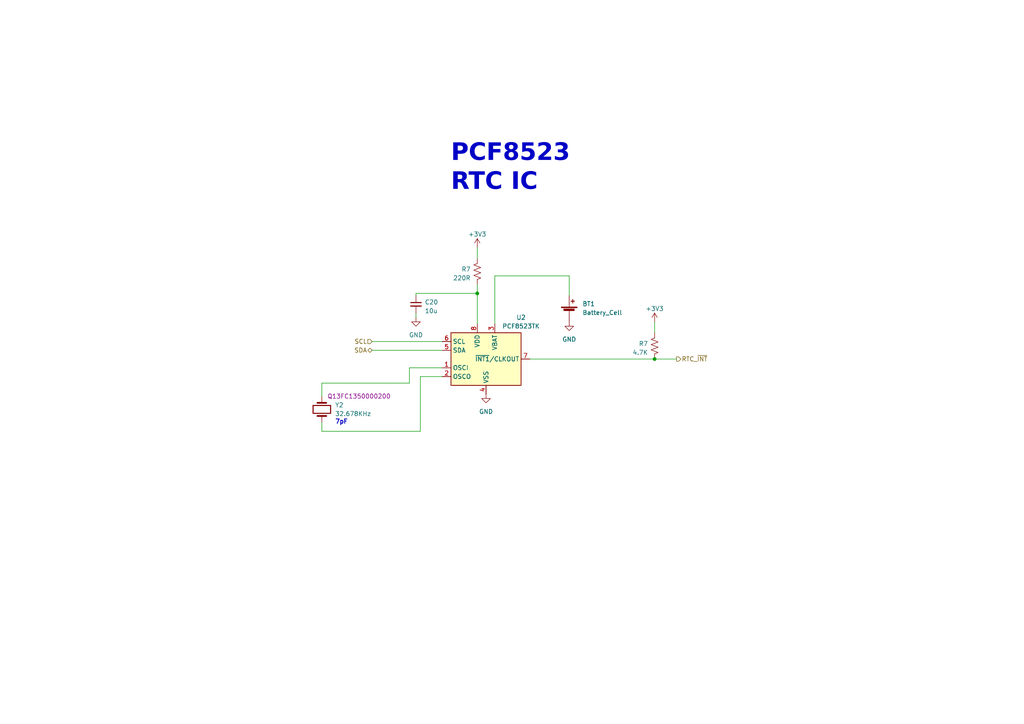
<source format=kicad_sch>
(kicad_sch (version 20230121) (generator eeschema)
  (paper "A4")
  (title_block (title "BIM BOARD") (date "2023-12-06") (rev "REV 2.0.0") (company "GEVITON") (comment 2 "Reviewed by: Timothy Kyalo") (comment 3 "Designed By: Robert Mutura") (comment 4 "BIM BOARD"))
  (lib_symbols
    (symbol "Device:Battery_Cell" (pin_numbers hide) (pin_names (offset 0) hide)
      (property "Reference" "BT" (at 2.54 2.54 0))
      (property "Value" "Battery_Cell" (at 2.54 0 0))
      (symbol "Battery_Cell_0_1"
        (rectangle (start -2.286 1.778) (end 2.286 1.524) (fill (type outline)))
        (rectangle (start -1.5748 1.1938) (end 1.4732 0.6858) (fill (type outline)))
        (polyline (pts (xy 0 0.762) (xy 0 0)))
        (polyline (pts (xy 0 1.778) (xy 0 2.54)))
        (polyline (pts (xy 0.508 3.429) (xy 1.524 3.429)) (stroke (width 0.254)))
        (polyline (pts (xy 1.016 3.937) (xy 1.016 2.921)) (stroke (width 0.254)))
      )
      (symbol "Battery_Cell_1_1"
        (pin passive line (at 0 5.08 270) (length 2.54) (name "+") (number "1"))
        (pin passive line (at 0 -2.54 90) (length 2.54) (name "-") (number "2"))
      )
    )
    (symbol "Device:C_Small" (pin_numbers hide) (pin_names (offset 0.254) hide)
      (property "Reference" "C" (at 0.254 1.778 0))
      (property "Value" "C_Small" (at 0.254 -2.032 0))
      (symbol "C_Small_0_1"
        (polyline (pts (xy -1.524 -0.508) (xy 1.524 -0.508)) (stroke (width 0.3302)))
        (polyline (pts (xy -1.524 0.508) (xy 1.524 0.508)) (stroke (width 0.3048)))
      )
      (symbol "C_Small_1_1"
        (pin passive line (at 0 2.54 270) (length 2.032) (name "~") (number "1"))
        (pin passive line (at 0 -2.54 90) (length 2.032) (name "~") (number "2"))
      )
    )
    (symbol "Device:Crystal" (pin_numbers hide) (pin_names (offset 1.016) hide)
      (property "Reference" "Y" (at 0 3.81 0))
      (property "Value" "Crystal" (at 0 -3.81 0))
      (symbol "Crystal_0_1"
        (rectangle (start -1.143 2.54) (end 1.143 -2.54) (stroke (width 0.3048)))
        (polyline (pts (xy -2.54 0) (xy -1.905 0)))
        (polyline (pts (xy -1.905 -1.27) (xy -1.905 1.27)) (stroke (width 0.508)))
        (polyline (pts (xy 1.905 -1.27) (xy 1.905 1.27)) (stroke (width 0.508)))
        (polyline (pts (xy 2.54 0) (xy 1.905 0)))
      )
      (symbol "Crystal_1_1"
        (pin passive line (at -3.81 0 0) (length 1.27) (name "1") (number "1"))
        (pin passive line (at 3.81 0 180) (length 1.27) (name "2") (number "2"))
      )
    )
    (symbol "Device:R_US" (pin_numbers hide) (pin_names (offset 0))
      (property "Reference" "R" (at 2.54 0 90))
      (property "Value" "R_US" (at -2.54 0 90))
      (symbol "R_US_0_1"
        (polyline (pts (xy 0 -2.286) (xy 0 -2.54)))
        (polyline (pts (xy 0 2.286) (xy 0 2.54)))
        (polyline (pts (xy 0 -0.762) (xy 1.016 -1.143) (xy 0 -1.524) (xy -1.016 -1.905) (xy 0 -2.286)))
        (polyline (pts (xy 0 0.762) (xy 1.016 0.381) (xy 0 0) (xy -1.016 -0.381) (xy 0 -0.762)))
        (polyline (pts (xy 0 2.286) (xy 1.016 1.905) (xy 0 1.524) (xy -1.016 1.143) (xy 0 0.762)))
      )
      (symbol "R_US_1_1"
        (pin passive line (at 0 3.81 270) (length 1.27) (name "~") (number "1"))
        (pin passive line (at 0 -3.81 90) (length 1.27) (name "~") (number "2"))
      )
    )
    (symbol "Timer_RTC:PCF8523TK"
      (property "Reference" "U" (at -10.16 8.89 0))
      (property "Value" "PCF8523TK" (at 3.81 8.89 0))
      (symbol "PCF8523TK_0_1"
        (rectangle (start -10.16 7.62) (end 10.16 -7.62) (stroke (width 0.254)) (fill (type background)))
      )
      (symbol "PCF8523TK_1_1"
        (pin input line (at -12.7 -2.54 0) (length 2.54) (name "OSCI") (number "1"))
        (pin output line (at -12.7 -5.08 0) (length 2.54) (name "OSCO") (number "2"))
        (pin power_in line (at 2.54 10.16 270) (length 2.54) (name "VBAT") (number "3"))
        (pin power_in line (at 0 -10.16 90) (length 2.54) (name "VSS") (number "4"))
        (pin bidirectional line (at -12.7 2.54 0) (length 2.54) (name "SDA") (number "5"))
        (pin input line (at -12.7 5.08 0) (length 2.54) (name "SCL") (number "6"))
        (pin open_collector line (at 12.7 0 180) (length 2.54) (name "~{INT1}/CLKOUT") (number "7"))
        (pin power_in line (at -2.54 10.16 270) (length 2.54) (name "VDD") (number "8"))
        (pin passive line (at 0 -10.16 90) (length 2.54) hide (name "VSS") (number "9"))
      )
    )
    (symbol "power:+3V3" (power) (pin_names (offset 0))
      (property "Value" "+3V3" (at 0 3.556 0))
      (symbol "+3V3_0_1"
        (polyline (pts (xy -0.762 1.27) (xy 0 2.54)))
        (polyline (pts (xy 0 0) (xy 0 2.54)))
        (polyline (pts (xy 0 2.54) (xy 0.762 1.27)))
      )
      (symbol "+3V3_1_1"
        (pin power_in line (at 0 0 90) (length 0) hide (name "+3V3") (number "1"))
      )
    )
    (symbol "power:GND" (power) (pin_names (offset 0))
      (property "Value" "GND" (at 0 -3.81 0))
      (symbol "GND_0_1"
        (polyline (pts (xy 0 0) (xy 0 -1.27) (xy 1.27 -1.27) (xy 0 -2.54) (xy -1.27 -1.27) (xy 0 -1.27)))
      )
      (symbol "GND_1_1"
        (pin power_in line (at 0 0 270) (length 0) hide (name "GND") (number "1"))
      )
    )
  )
  (junction (at 138.43 85.09))
  (junction (at 189.865 104.14))
  (wire (pts (xy 128.27 109.22) (xy 121.92 109.22)))
  (wire (pts (xy 138.43 82.55) (xy 138.43 85.09)))
  (wire (pts (xy 165.1 80.01) (xy 165.1 85.725)))
  (wire (pts (xy 93.345 125.095) (xy 121.92 125.095)))
  (wire (pts (xy 93.345 111.125) (xy 118.745 111.125)))
  (wire (pts (xy 143.51 93.98) (xy 143.51 80.01)))
  (wire (pts (xy 189.865 104.14) (xy 196.215 104.14)))
  (wire (pts (xy 93.345 111.125) (xy 93.345 114.935)))
  (wire (pts (xy 120.65 85.09) (xy 120.65 85.725)))
  (wire (pts (xy 153.67 104.14) (xy 189.865 104.14)))
  (wire (pts (xy 120.65 90.805) (xy 120.65 92.075)))
  (wire (pts (xy 107.95 99.06) (xy 128.27 99.06)))
  (wire (pts (xy 93.345 122.555) (xy 93.345 125.095)))
  (wire (pts (xy 118.745 106.68) (xy 128.27 106.68)))
  (wire (pts (xy 143.51 80.01) (xy 165.1 80.01)))
  (wire (pts (xy 189.865 93.345) (xy 189.865 96.52)))
  (wire (pts (xy 138.43 85.09) (xy 120.65 85.09)))
  (wire (pts (xy 138.43 85.09) (xy 138.43 93.98)))
  (wire (pts (xy 121.92 109.22) (xy 121.92 125.095)))
  (wire (pts (xy 138.43 71.755) (xy 138.43 74.93)))
  (wire (pts (xy 118.745 111.125) (xy 118.745 106.68)))
  (wire (pts (xy 107.95 101.6) (xy 128.27 101.6)))
  (text "7pF\n" (at 97.155 123.19 0) (effects (font (size 1.27 1.27) bold) (justify left bottom)))
  (text "PCF8523\nRTC IC\n" (at 130.81 57.15 0) (effects (font (size 5 5) (thickness 0.4) bold) (justify left bottom)))
  (hierarchical_label "SDA" (shape bidirectional) (at 107.95 101.6 180))
  (hierarchical_label "SCL" (shape input) (at 107.95 99.06 180))
  (hierarchical_label "RTC_~{INT}" (shape output) (at 196.215 104.14 0))
  (symbol (lib_id "power:GND") (at 120.65 92.075 0) (unit 1)
    (property "Reference" "#PWR017" (effects hide))
    (property "Value" "GND" (at 120.65 97.155 0))
    (instances (project "ALERT_RIDER_HARDWARE" (path "" (reference "#PWR017") (unit 1))) (project "BIM_PCB" (path "" (reference "#PWR017") (unit 1)) (path "" (reference "#PWR023") (unit 1))))
  )
  (symbol (lib_id "power:GND") (at 140.97 114.3 0) (unit 1)
    (property "Reference" "#PWR017" (effects hide))
    (property "Value" "GND" (at 140.97 119.38 0))
    (instances (project "ALERT_RIDER_HARDWARE" (path "" (reference "#PWR017") (unit 1))) (project "BIM_PCB" (path "" (reference "#PWR017") (unit 1)) (path "" (reference "#PWR026") (unit 1))))
  )
  (symbol (lib_id "Device:C_Small") (at 120.65 88.265 0) (unit 1)
    (property "Reference" "C20" (at 123.19 87.6363 0) (effects (justify left)))
    (property "Value" "10u" (at 123.19 90.1763 0) (effects (justify left)))
    (property "Footprint" "Capacitor_SMD:C_0402_1005Metric" (effects hide))
    (instances (project "ALERT_RIDER_HARDWARE" (path "" (reference "C20") (unit 1))) (project "BIM_PCB" (path "" (reference "C20") (unit 1)) (path "" (reference "C13") (unit 1))))
  )
  (symbol (lib_id "Device:Battery_Cell") (at 165.1 90.805 0) (unit 1)
    (property "Reference" "BT1" (at 168.91 88.138 0) (effects (justify left)))
    (property "Value" "Battery_Cell" (at 168.91 90.678 0) (effects (justify left)))
    (property "Footprint" "Battery:BatteryHolder_LINX_BAT-HLD-012-SMT" (effects hide))
  )
  (symbol (lib_id "power:+3V3") (at 138.43 71.755 0) (unit 1)
    (property "Reference" "#PWR022" (effects hide))
    (property "Value" "+3V3" (at 138.43 67.945 0))
  )
  (symbol (lib_id "power:+3V3") (at 189.865 93.345 0) (unit 1)
    (property "Reference" "#PWR025" (effects hide))
    (property "Value" "+3V3" (at 189.865 89.535 0))
  )
  (symbol (lib_id "Timer_RTC:PCF8523TK") (at 140.97 104.14 0) (unit 1)
    (property "Reference" "U2" (at 151.13 92.075 0))
    (property "Value" "PCF8523TK" (at 151.13 94.615 0))
    (property "Footprint" "Package_SON:HVSON-8-1EP_4x4mm_P0.8mm_EP2.2x3.1mm" (effects hide))
    (property "Datasheet" "https://www.nxp.com/docs/en/data-sheet/PCF8523.pdf" (effects hide))
  )
  (symbol (lib_id "Device:Crystal") (at 93.345 118.745 90) (unit 1)
    (property "Reference" "Y2" (at 97.155 117.4749 90) (effects (justify right)))
    (property "Value" "32.678KHz" (at 97.155 120.0149 90) (effects (justify right)))
    (property "Footprint" "Crystal:Crystal_SMD_3215-2Pin_3.2x1.5mm" (effects hide))
    (property "MPN" "Q13FC1350000200" (at 104.14 114.935 90))
    (instances (project "ALERT_RIDER_HARDWARE" (path "" (reference "Y2") (unit 1))) (project "BIM_PCB" (path "" (reference "Y2") (unit 1)) (path "" (reference "Y3") (unit 1))))
  )
  (symbol (lib_id "Device:R_US") (at 138.43 78.74 0) (mirror x) (unit 1)
    (property "Reference" "R7" (at 136.525 78.105 0) (effects (justify right)))
    (property "Value" "220R" (at 136.525 80.645 0) (effects (justify right)))
    (property "Footprint" "Resistor_SMD:R_0402_1005Metric" (effects hide))
    (instances (project "ALERT_RIDER_HARDWARE" (path "" (reference "R7") (unit 1))) (project "BIM_PCB" (path "" (reference "R?") (unit 1)) (path "" (reference "R15") (unit 1))))
  )
  (symbol (lib_id "Device:R_US") (at 189.865 100.33 0) (mirror x) (unit 1)
    (property "Reference" "R7" (at 187.96 99.695 0) (effects (justify right)))
    (property "Value" "4.7K" (at 187.96 102.235 0) (effects (justify right)))
    (property "Footprint" "Resistor_SMD:R_0402_1005Metric" (effects hide))
    (instances (project "ALERT_RIDER_HARDWARE" (path "" (reference "R7") (unit 1))) (project "BIM_PCB" (path "" (reference "R?") (unit 1)) (path "" (reference "R16") (unit 1))))
  )
  (symbol (lib_id "power:GND") (at 165.1 93.345 0) (unit 1)
    (property "Reference" "#PWR017" (effects hide))
    (property "Value" "GND" (at 165.1 98.425 0))
    (instances (project "ALERT_RIDER_HARDWARE" (path "" (reference "#PWR017") (unit 1))) (project "BIM_PCB" (path "" (reference "#PWR017") (unit 1)) (path "" (reference "#PWR024") (unit 1))))
  )
)
</source>
